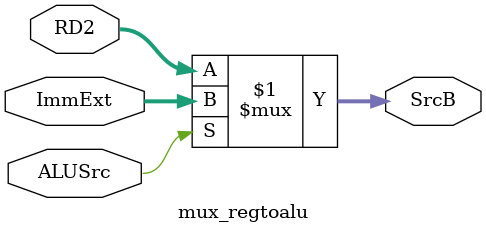
<source format=v>
`timescale 1ns / 1ps


module mux_regtoalu(
    input ALUSrc,
    input [31:0] RD2,
    input [31:0] ImmExt,
    output [31:0] SrcB
    );
    
    assign SrcB=(ALUSrc)?ImmExt:RD2;
endmodule

</source>
